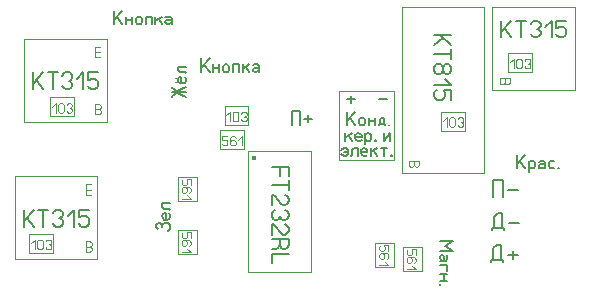
<source format=gbr>
%FSLAX34Y34*%
%MOMM*%
%LNSILK_TOP*%
G71*
G01*
%ADD10C, 0.100*%
%ADD11C, 0.178*%
%ADD12C, 0.111*%
%ADD13C, 0.144*%
%LPD*%
G54D10*
X206000Y-127000D02*
X259100Y-127000D01*
X259100Y-229100D01*
X206000Y-229100D01*
X206000Y-127000D01*
G36*
X209000Y-131000D02*
X212000Y-131000D01*
X212000Y-134000D01*
X209000Y-134000D01*
X209000Y-131000D01*
G37*
G54D10*
X209000Y-131000D02*
X212000Y-131000D01*
X212000Y-134000D01*
X209000Y-134000D01*
X209000Y-131000D01*
G54D11*
X225751Y-140488D02*
X239973Y-140488D01*
X239973Y-147954D01*
G54D11*
X232862Y-140488D02*
X232862Y-147954D01*
G54D11*
X225751Y-156132D02*
X239973Y-156132D01*
G54D11*
X239973Y-151866D02*
X239973Y-160399D01*
G54D11*
X225751Y-172843D02*
X225751Y-164310D01*
X226640Y-164310D01*
X228418Y-165376D01*
X233751Y-171776D01*
X235529Y-172843D01*
X237306Y-172843D01*
X239084Y-171776D01*
X239973Y-169643D01*
X239973Y-167510D01*
X239084Y-165376D01*
X237306Y-164310D01*
G54D11*
X237306Y-176754D02*
X239084Y-177820D01*
X239973Y-179954D01*
X239973Y-182087D01*
X239084Y-184220D01*
X237306Y-185287D01*
X235529Y-185287D01*
X233751Y-184220D01*
X232862Y-182087D01*
X231973Y-184220D01*
X230195Y-185287D01*
X228418Y-185287D01*
X226640Y-184220D01*
X225751Y-182087D01*
X225751Y-179954D01*
X226640Y-177820D01*
X228418Y-176754D01*
G54D11*
X225751Y-197731D02*
X225751Y-189198D01*
X226640Y-189198D01*
X228418Y-190264D01*
X233751Y-196664D01*
X235529Y-197731D01*
X237306Y-197731D01*
X239084Y-196664D01*
X239973Y-194531D01*
X239973Y-192398D01*
X239084Y-190264D01*
X237306Y-189198D01*
G54D11*
X232862Y-205908D02*
X231084Y-209108D01*
X229306Y-210175D01*
X225751Y-210175D01*
G54D11*
X225751Y-201642D02*
X239973Y-201642D01*
X239973Y-206975D01*
X239084Y-209108D01*
X237306Y-210175D01*
X235529Y-210175D01*
X233751Y-209108D01*
X232862Y-206975D01*
X232862Y-201642D01*
G54D11*
X239973Y-214086D02*
X225751Y-214086D01*
X225751Y-221552D01*
G54D10*
X16000Y-32000D02*
X86000Y-32000D01*
X86000Y-102000D01*
X16000Y-102000D01*
X16000Y-32000D01*
G54D12*
X76000Y-96000D02*
X76000Y-87111D01*
X79333Y-87111D01*
X80667Y-87667D01*
X81333Y-88778D01*
X81333Y-89889D01*
X80667Y-91000D01*
X79333Y-91556D01*
X80667Y-92111D01*
X81333Y-93222D01*
X81333Y-94333D01*
X80667Y-95444D01*
X79333Y-96000D01*
X76000Y-96000D01*
G54D12*
X76000Y-91556D02*
X79333Y-91556D01*
G54D11*
X23666Y-74667D02*
X23666Y-60445D01*
G54D11*
X23666Y-70223D02*
X32199Y-60445D01*
G54D11*
X26866Y-67556D02*
X32199Y-74667D01*
G54D11*
X40377Y-74667D02*
X40377Y-60445D01*
G54D11*
X36110Y-60445D02*
X44643Y-60445D01*
G54D11*
X48554Y-63111D02*
X49621Y-61334D01*
X51754Y-60445D01*
X53887Y-60445D01*
X56021Y-61334D01*
X57087Y-63111D01*
X57087Y-64889D01*
X56021Y-66667D01*
X53887Y-67556D01*
X56021Y-68445D01*
X57087Y-70223D01*
X57087Y-72000D01*
X56021Y-73778D01*
X53887Y-74667D01*
X51754Y-74667D01*
X49621Y-73778D01*
X48554Y-72000D01*
G54D11*
X60998Y-65778D02*
X66331Y-60445D01*
X66331Y-74667D01*
G54D11*
X78775Y-60445D02*
X70242Y-60445D01*
X70242Y-66667D01*
X71309Y-66667D01*
X73442Y-65778D01*
X75575Y-65778D01*
X77709Y-66667D01*
X78775Y-68445D01*
X78775Y-72000D01*
X77709Y-73778D01*
X75575Y-74667D01*
X73442Y-74667D01*
X71309Y-73778D01*
X70242Y-72000D01*
G54D10*
X482686Y-5277D02*
X482686Y-75277D01*
X412686Y-75277D01*
X412686Y-5277D01*
X482686Y-5277D01*
G54D12*
X418686Y-65277D02*
X427574Y-65277D01*
X427574Y-68610D01*
X427019Y-69943D01*
X425908Y-70610D01*
X424797Y-70610D01*
X423686Y-69943D01*
X423130Y-68610D01*
X422574Y-69943D01*
X421463Y-70610D01*
X420352Y-70610D01*
X419241Y-69943D01*
X418686Y-68610D01*
X418686Y-65277D01*
G54D12*
X423130Y-65277D02*
X423130Y-68610D01*
G54D11*
X420063Y-30811D02*
X420063Y-16589D01*
G54D11*
X420063Y-26367D02*
X428596Y-16589D01*
G54D11*
X423263Y-23700D02*
X428596Y-30811D01*
G54D11*
X436773Y-30811D02*
X436773Y-16589D01*
G54D11*
X432507Y-16589D02*
X441040Y-16589D01*
G54D11*
X444951Y-19256D02*
X446017Y-17478D01*
X448151Y-16589D01*
X450284Y-16589D01*
X452417Y-17478D01*
X453484Y-19256D01*
X453484Y-21033D01*
X452417Y-22811D01*
X450284Y-23700D01*
X452417Y-24589D01*
X453484Y-26367D01*
X453484Y-28144D01*
X452417Y-29922D01*
X450284Y-30811D01*
X448151Y-30811D01*
X446017Y-29922D01*
X444951Y-28144D01*
G54D11*
X457395Y-21922D02*
X462728Y-16589D01*
X462728Y-30811D01*
G54D11*
X475172Y-16589D02*
X466639Y-16589D01*
X466639Y-22811D01*
X467705Y-22811D01*
X469839Y-21922D01*
X471972Y-21922D01*
X474105Y-22811D01*
X475172Y-24589D01*
X475172Y-28144D01*
X474105Y-29922D01*
X471972Y-30811D01*
X469839Y-30811D01*
X467705Y-29922D01*
X466639Y-28144D01*
G54D12*
X341686Y-135277D02*
X350574Y-135277D01*
X350574Y-138610D01*
X350019Y-139943D01*
X348908Y-140610D01*
X347797Y-140610D01*
X346686Y-139943D01*
X346130Y-138610D01*
X345574Y-139943D01*
X344463Y-140610D01*
X343352Y-140610D01*
X342241Y-139943D01*
X341686Y-138610D01*
X341686Y-135277D01*
G54D12*
X346130Y-135277D02*
X346130Y-138610D01*
G54D11*
X363418Y-28343D02*
X377641Y-28343D01*
G54D11*
X367863Y-28343D02*
X377641Y-36876D01*
G54D11*
X370530Y-31543D02*
X363418Y-36876D01*
G54D11*
X363418Y-45053D02*
X377641Y-45053D01*
G54D11*
X377641Y-40787D02*
X377641Y-49320D01*
G54D11*
X370530Y-58564D02*
X370530Y-56431D01*
X371418Y-54297D01*
X373196Y-53231D01*
X374974Y-53231D01*
X376752Y-54297D01*
X377641Y-56431D01*
X377641Y-58564D01*
X376752Y-60697D01*
X374974Y-61764D01*
X373196Y-61764D01*
X371418Y-60697D01*
X370530Y-58564D01*
X369641Y-60697D01*
X367863Y-61764D01*
X366085Y-61764D01*
X364307Y-60697D01*
X363418Y-58564D01*
X363418Y-56431D01*
X364307Y-54297D01*
X366085Y-53231D01*
X367863Y-53231D01*
X369641Y-54297D01*
X370530Y-56431D01*
G54D11*
X372307Y-65675D02*
X377641Y-71008D01*
X363418Y-71008D01*
G54D11*
X377641Y-83452D02*
X377641Y-74919D01*
X371418Y-74919D01*
X371418Y-75985D01*
X372307Y-78119D01*
X372307Y-80252D01*
X371418Y-82385D01*
X369641Y-83452D01*
X366085Y-83452D01*
X364307Y-82385D01*
X363418Y-80252D01*
X363418Y-78119D01*
X364307Y-75985D01*
X366085Y-74919D01*
G54D10*
X405686Y-5277D02*
X405686Y-145277D01*
X335686Y-145277D01*
X335686Y-5277D01*
X405686Y-5277D01*
G54D11*
X412000Y-194000D02*
X412000Y-192222D01*
X422667Y-192222D01*
X422667Y-194000D01*
G54D11*
X414133Y-192222D02*
X414133Y-182444D01*
X417333Y-179778D01*
X420533Y-179778D01*
X420533Y-192222D01*
G54D11*
X426578Y-187778D02*
X435111Y-187778D01*
G54D11*
X411000Y-221000D02*
X411000Y-219222D01*
X421667Y-219222D01*
X421667Y-221000D01*
G54D11*
X413133Y-219222D02*
X413133Y-209444D01*
X416333Y-206778D01*
X419533Y-206778D01*
X419533Y-219222D01*
G54D11*
X425578Y-214778D02*
X434111Y-214778D01*
G54D11*
X429845Y-211222D02*
X429845Y-218333D01*
G54D11*
X413000Y-166000D02*
X413000Y-151778D01*
X421533Y-151778D01*
X421533Y-166000D01*
G54D11*
X425444Y-159778D02*
X433977Y-159778D01*
G54D10*
X369300Y-93700D02*
X389300Y-93700D01*
X389300Y-109700D01*
X369300Y-109700D01*
X369300Y-93700D01*
G54D10*
X370916Y-101589D02*
X373916Y-98589D01*
X373916Y-106589D01*
G54D10*
X380916Y-100089D02*
X380916Y-105089D01*
X380316Y-106089D01*
X379116Y-106589D01*
X377916Y-106589D01*
X376716Y-106089D01*
X376116Y-105089D01*
X376116Y-100089D01*
X376716Y-99089D01*
X377916Y-98589D01*
X379116Y-98589D01*
X380316Y-99089D01*
X380916Y-100089D01*
G54D10*
X383116Y-100089D02*
X383716Y-99089D01*
X384916Y-98589D01*
X386116Y-98589D01*
X387316Y-99089D01*
X387916Y-100089D01*
X387916Y-101089D01*
X387316Y-102089D01*
X386116Y-102589D01*
X387316Y-103089D01*
X387916Y-104089D01*
X387916Y-105089D01*
X387316Y-106089D01*
X386116Y-106589D01*
X384916Y-106589D01*
X383716Y-106089D01*
X383116Y-105089D01*
G54D10*
X426000Y-44000D02*
X446000Y-44000D01*
X446000Y-60000D01*
X426000Y-60000D01*
X426000Y-44000D01*
G54D10*
X427616Y-51889D02*
X430616Y-48889D01*
X430616Y-56889D01*
G54D10*
X437616Y-50389D02*
X437616Y-55389D01*
X437016Y-56389D01*
X435816Y-56889D01*
X434616Y-56889D01*
X433416Y-56389D01*
X432816Y-55389D01*
X432816Y-50389D01*
X433416Y-49389D01*
X434616Y-48889D01*
X435816Y-48889D01*
X437016Y-49389D01*
X437616Y-50389D01*
G54D10*
X439816Y-50389D02*
X440416Y-49389D01*
X441616Y-48889D01*
X442816Y-48889D01*
X444016Y-49389D01*
X444616Y-50389D01*
X444616Y-51389D01*
X444016Y-52389D01*
X442816Y-52889D01*
X444016Y-53389D01*
X444616Y-54389D01*
X444616Y-55389D01*
X444016Y-56389D01*
X442816Y-56889D01*
X441616Y-56889D01*
X440416Y-56389D01*
X439816Y-55389D01*
G54D13*
X433559Y-141668D02*
X433559Y-130113D01*
G54D13*
X433559Y-138057D02*
X440492Y-130113D01*
G54D13*
X436159Y-135891D02*
X440492Y-141668D01*
G54D13*
X443670Y-135168D02*
X443670Y-144557D01*
G54D13*
X443670Y-139502D02*
X444537Y-141380D01*
X446270Y-141668D01*
X448003Y-141380D01*
X448870Y-139935D01*
X448870Y-137046D01*
X448003Y-135602D01*
X446270Y-135168D01*
X444537Y-135602D01*
X443670Y-137335D01*
G54D13*
X452048Y-135891D02*
X453781Y-135168D01*
X455861Y-135168D01*
X457248Y-136613D01*
X457248Y-141668D01*
G54D13*
X457248Y-139502D02*
X456381Y-138057D01*
X454648Y-137768D01*
X452915Y-138057D01*
X452048Y-139502D01*
X452395Y-140946D01*
X453781Y-141668D01*
X454648Y-141668D01*
X454995Y-141668D01*
X456381Y-140946D01*
X457248Y-139502D01*
G54D13*
X464759Y-135602D02*
X463026Y-135168D01*
X461293Y-135602D01*
X460426Y-137046D01*
X460426Y-139935D01*
X461293Y-141380D01*
X463026Y-141668D01*
X464759Y-141380D01*
G54D13*
X468630Y-141668D02*
X467937Y-141668D01*
X467937Y-141091D01*
X468630Y-141091D01*
X468630Y-141668D01*
X467937Y-141668D01*
G54D13*
X368047Y-202886D02*
X379603Y-202886D01*
X372381Y-207219D01*
X379603Y-211553D01*
X368047Y-211553D01*
G54D13*
X373825Y-214731D02*
X374547Y-216464D01*
X374547Y-218544D01*
X373103Y-219931D01*
X368047Y-219931D01*
G54D13*
X370214Y-219931D02*
X371658Y-219064D01*
X371947Y-217331D01*
X371658Y-215598D01*
X370214Y-214731D01*
X368770Y-215078D01*
X368047Y-216464D01*
X368047Y-217331D01*
X368047Y-217678D01*
X368770Y-219064D01*
X370214Y-219931D01*
G54D13*
X368047Y-223109D02*
X374547Y-223109D01*
X374547Y-228309D01*
X373825Y-228309D01*
G54D13*
X368047Y-231487D02*
X374547Y-231487D01*
G54D13*
X371658Y-231487D02*
X371658Y-236687D01*
G54D13*
X368047Y-236687D02*
X374547Y-236687D01*
G54D13*
X368047Y-240558D02*
X368047Y-239865D01*
X368625Y-239865D01*
X368625Y-240558D01*
X368047Y-240558D01*
X368047Y-239865D01*
G54D10*
X329500Y-205000D02*
X329500Y-225000D01*
X313500Y-225000D01*
X313500Y-205000D01*
X329500Y-205000D01*
G54D10*
X324611Y-211416D02*
X324611Y-206616D01*
X321111Y-206617D01*
X321111Y-207216D01*
X321611Y-208417D01*
X321611Y-209616D01*
X321111Y-210816D01*
X320111Y-211416D01*
X318111Y-211416D01*
X317111Y-210816D01*
X316611Y-209617D01*
X316611Y-208416D01*
X317111Y-207216D01*
X318111Y-206616D01*
G54D10*
X323111Y-218416D02*
X324111Y-217816D01*
X324611Y-216616D01*
X324611Y-215416D01*
X324111Y-214216D01*
X323111Y-213616D01*
X320611Y-213616D01*
X320111Y-213616D01*
X321111Y-215416D01*
X321111Y-216616D01*
X320611Y-217816D01*
X319611Y-218416D01*
X318111Y-218416D01*
X317111Y-217816D01*
X316611Y-216616D01*
X316611Y-215416D01*
X317111Y-214216D01*
X318111Y-213616D01*
X320611Y-213616D01*
G54D10*
X321611Y-220616D02*
X324611Y-223616D01*
X316611Y-223616D01*
G54D10*
X20600Y-197200D02*
X40600Y-197200D01*
X40600Y-213200D01*
X20600Y-213200D01*
X20600Y-197200D01*
G54D10*
X22216Y-205089D02*
X25216Y-202089D01*
X25216Y-210089D01*
G54D10*
X32216Y-203589D02*
X32216Y-208589D01*
X31616Y-209589D01*
X30416Y-210089D01*
X29216Y-210089D01*
X28016Y-209589D01*
X27416Y-208589D01*
X27416Y-203589D01*
X28016Y-202589D01*
X29216Y-202089D01*
X30416Y-202089D01*
X31616Y-202589D01*
X32216Y-203589D01*
G54D10*
X34416Y-203589D02*
X35016Y-202589D01*
X36216Y-202089D01*
X37416Y-202089D01*
X38616Y-202589D01*
X39216Y-203589D01*
X39216Y-204589D01*
X38616Y-205589D01*
X37416Y-206089D01*
X38616Y-206589D01*
X39216Y-207589D01*
X39216Y-208589D01*
X38616Y-209589D01*
X37416Y-210089D01*
X36216Y-210089D01*
X35016Y-209589D01*
X34416Y-208589D01*
G54D10*
X38200Y-81500D02*
X58200Y-81500D01*
X58200Y-97500D01*
X38200Y-97500D01*
X38200Y-81500D01*
G54D10*
X39816Y-89389D02*
X42816Y-86389D01*
X42816Y-94389D01*
G54D10*
X49816Y-87889D02*
X49816Y-92889D01*
X49216Y-93889D01*
X48016Y-94389D01*
X46816Y-94389D01*
X45616Y-93889D01*
X45016Y-92889D01*
X45016Y-87889D01*
X45616Y-86889D01*
X46816Y-86389D01*
X48016Y-86389D01*
X49216Y-86889D01*
X49816Y-87889D01*
G54D10*
X52016Y-87889D02*
X52616Y-86889D01*
X53816Y-86389D01*
X55016Y-86389D01*
X56216Y-86889D01*
X56816Y-87889D01*
X56816Y-88889D01*
X56216Y-89889D01*
X55016Y-90389D01*
X56216Y-90889D01*
X56816Y-91889D01*
X56816Y-92889D01*
X56216Y-93889D01*
X55016Y-94389D01*
X53816Y-94389D01*
X52616Y-93889D01*
X52016Y-92889D01*
G54D10*
X162300Y-149000D02*
X162300Y-169000D01*
X146300Y-169000D01*
X146300Y-149000D01*
X162300Y-149000D01*
G54D10*
X157411Y-155416D02*
X157411Y-150616D01*
X153911Y-150616D01*
X153911Y-151216D01*
X154411Y-152416D01*
X154411Y-153616D01*
X153911Y-154816D01*
X152911Y-155416D01*
X150911Y-155416D01*
X149911Y-154816D01*
X149411Y-153616D01*
X149411Y-152416D01*
X149911Y-151216D01*
X150911Y-150616D01*
G54D10*
X155911Y-162416D02*
X156911Y-161816D01*
X157411Y-160616D01*
X157411Y-159416D01*
X156911Y-158216D01*
X155911Y-157616D01*
X153411Y-157616D01*
X152911Y-157616D01*
X153911Y-159416D01*
X153911Y-160616D01*
X153411Y-161816D01*
X152411Y-162416D01*
X150911Y-162416D01*
X149911Y-161816D01*
X149411Y-160616D01*
X149411Y-159416D01*
X149911Y-158216D01*
X150911Y-157616D01*
X153411Y-157616D01*
G54D10*
X154411Y-164616D02*
X157411Y-167616D01*
X149411Y-167616D01*
G54D10*
X162300Y-194100D02*
X162300Y-214100D01*
X146300Y-214100D01*
X146300Y-194100D01*
X162300Y-194100D01*
G54D10*
X157411Y-200516D02*
X157411Y-195716D01*
X153911Y-195716D01*
X153911Y-196316D01*
X154411Y-197516D01*
X154411Y-198716D01*
X153911Y-199916D01*
X152911Y-200516D01*
X150911Y-200516D01*
X149911Y-199916D01*
X149411Y-198716D01*
X149411Y-197516D01*
X149911Y-196316D01*
X150911Y-195716D01*
G54D10*
X155911Y-207516D02*
X156911Y-206916D01*
X157411Y-205716D01*
X157411Y-204516D01*
X156911Y-203316D01*
X155911Y-202716D01*
X153411Y-202716D01*
X152911Y-202716D01*
X153911Y-204516D01*
X153911Y-205716D01*
X153411Y-206916D01*
X152411Y-207516D01*
X150911Y-207516D01*
X149911Y-206916D01*
X149411Y-205716D01*
X149411Y-204516D01*
X149911Y-203316D01*
X150911Y-202716D01*
X153411Y-202716D01*
G54D10*
X154411Y-209716D02*
X157411Y-212716D01*
X149411Y-212716D01*
G54D13*
X141321Y-81278D02*
X141321Y-80411D01*
X145654Y-77811D01*
X145654Y-76078D01*
X152877Y-72611D01*
G54D13*
X152877Y-81278D02*
X145654Y-77811D01*
X145654Y-76078D01*
X141321Y-73478D01*
X141321Y-72611D01*
G54D13*
X152877Y-76944D02*
X141321Y-76944D01*
G54D13*
X152154Y-64233D02*
X152877Y-65619D01*
X152877Y-67353D01*
X152154Y-69086D01*
X150710Y-69433D01*
X148254Y-69433D01*
X146810Y-68566D01*
X146377Y-66833D01*
X146810Y-65099D01*
X147821Y-64233D01*
X149265Y-64233D01*
X149265Y-69433D01*
G54D13*
X144932Y-68219D02*
X144932Y-68219D01*
G54D13*
X144932Y-65099D02*
X144932Y-65099D01*
G54D13*
X152877Y-61055D02*
X152154Y-60188D01*
X147821Y-60188D01*
X146377Y-58455D01*
X146377Y-55855D01*
X152877Y-55855D01*
G54D13*
X129365Y-193344D02*
X127921Y-191611D01*
X127921Y-189878D01*
X129365Y-188144D01*
X131532Y-188144D01*
X132977Y-189878D01*
X132977Y-191611D01*
X132977Y-189878D01*
X134421Y-188144D01*
X138032Y-188144D01*
X139477Y-189878D01*
X139477Y-193344D01*
X138032Y-195078D01*
G54D13*
X138754Y-179767D02*
X139477Y-181153D01*
X139477Y-182887D01*
X138754Y-184620D01*
X137310Y-184967D01*
X134854Y-184967D01*
X133410Y-184100D01*
X132977Y-182367D01*
X133410Y-180633D01*
X134421Y-179767D01*
X135865Y-179767D01*
X135865Y-184967D01*
G54D13*
X139477Y-176589D02*
X138754Y-175722D01*
X134421Y-175722D01*
X132977Y-173989D01*
X132977Y-171389D01*
X139477Y-171389D01*
G54D13*
X242713Y-104568D02*
X242713Y-93013D01*
X249646Y-93013D01*
X249646Y-104568D01*
G54D13*
X252824Y-99513D02*
X259757Y-99513D01*
G54D13*
X256291Y-96624D02*
X256291Y-102402D01*
G54D10*
X282500Y-75800D02*
X329000Y-75800D01*
X329000Y-134900D01*
X282500Y-134900D01*
X282500Y-75800D01*
G54D13*
X289413Y-105168D02*
X289413Y-93613D01*
G54D13*
X289413Y-101557D02*
X296346Y-93613D01*
G54D13*
X292013Y-99391D02*
X296346Y-105168D01*
G54D13*
X304724Y-103435D02*
X304724Y-100546D01*
X303857Y-99102D01*
X302124Y-98668D01*
X300391Y-99102D01*
X299524Y-100546D01*
X299524Y-103435D01*
X300391Y-104880D01*
X302124Y-105168D01*
X303857Y-104880D01*
X304724Y-103435D01*
G54D13*
X307902Y-105168D02*
X307902Y-98668D01*
G54D13*
X307902Y-101557D02*
X313102Y-101557D01*
G54D13*
X313102Y-105168D02*
X313102Y-98668D01*
G54D13*
X316280Y-105168D02*
X316280Y-104446D01*
X321480Y-104446D01*
X321480Y-105168D01*
G54D13*
X317147Y-104446D02*
X317147Y-100113D01*
X318880Y-98668D01*
X320613Y-98668D01*
X320613Y-104446D01*
G54D13*
X325351Y-105168D02*
X324658Y-105168D01*
X324658Y-104591D01*
X325351Y-104591D01*
X325351Y-105168D01*
X324658Y-105168D01*
G54D13*
X288213Y-118468D02*
X288213Y-111968D01*
G54D13*
X290813Y-114135D02*
X293413Y-118468D01*
G54D13*
X288213Y-115580D02*
X293413Y-111968D01*
G54D13*
X301791Y-117746D02*
X300404Y-118468D01*
X298671Y-118468D01*
X296938Y-117746D01*
X296591Y-116302D01*
X296591Y-113846D01*
X297458Y-112402D01*
X299191Y-111968D01*
X300924Y-112402D01*
X301791Y-113413D01*
X301791Y-114857D01*
X296591Y-114857D01*
G54D13*
X304969Y-111968D02*
X304969Y-121357D01*
G54D13*
X304969Y-116302D02*
X305836Y-118180D01*
X307569Y-118468D01*
X309302Y-118180D01*
X310169Y-116735D01*
X310169Y-113846D01*
X309302Y-112402D01*
X307569Y-111968D01*
X305836Y-112402D01*
X304969Y-114135D01*
G54D13*
X314040Y-118468D02*
X313347Y-118468D01*
X313347Y-117891D01*
X314040Y-117891D01*
X314040Y-118468D01*
X313347Y-118468D01*
G54D13*
X320569Y-111968D02*
X320569Y-118468D01*
X325769Y-111968D01*
X325769Y-118468D01*
G54D13*
X284813Y-126013D02*
X286546Y-124568D01*
X288280Y-124568D01*
X290013Y-126013D01*
X290013Y-129624D01*
X288280Y-131068D01*
X286546Y-131068D01*
X284813Y-129624D01*
G54D13*
X286546Y-127746D02*
X290013Y-127746D01*
G54D13*
X293191Y-131068D02*
X294058Y-130346D01*
X294058Y-126013D01*
X295791Y-124568D01*
X298391Y-124568D01*
X298391Y-131068D01*
G54D13*
X306769Y-130346D02*
X305382Y-131068D01*
X303649Y-131068D01*
X301916Y-130346D01*
X301569Y-128902D01*
X301569Y-126446D01*
X302436Y-125002D01*
X304169Y-124568D01*
X305902Y-125002D01*
X306769Y-126013D01*
X306769Y-127457D01*
X301569Y-127457D01*
G54D13*
X309947Y-131068D02*
X309947Y-124568D01*
G54D13*
X312547Y-126735D02*
X315147Y-131068D01*
G54D13*
X309947Y-128180D02*
X315147Y-124568D01*
G54D13*
X318325Y-124568D02*
X323525Y-124568D01*
G54D13*
X320925Y-131068D02*
X320925Y-124568D01*
G54D13*
X327396Y-131068D02*
X326703Y-131068D01*
X326703Y-130491D01*
X327396Y-130491D01*
X327396Y-131068D01*
X326703Y-131068D01*
G54D13*
X289700Y-83244D02*
X296633Y-83244D01*
G54D13*
X293167Y-80356D02*
X293167Y-86133D01*
G54D13*
X316200Y-83344D02*
X323133Y-83344D01*
G54D10*
X185800Y-88900D02*
X205800Y-88900D01*
X205800Y-104900D01*
X185800Y-104900D01*
X185800Y-88900D01*
G54D10*
X187416Y-96789D02*
X190416Y-93789D01*
X190416Y-101789D01*
G54D10*
X197416Y-95289D02*
X197416Y-100289D01*
X196816Y-101289D01*
X195616Y-101789D01*
X194416Y-101789D01*
X193216Y-101289D01*
X192616Y-100289D01*
X192616Y-95289D01*
X193216Y-94289D01*
X194416Y-93789D01*
X195616Y-93789D01*
X196816Y-94289D01*
X197416Y-95289D01*
G54D10*
X199616Y-95289D02*
X200216Y-94289D01*
X201416Y-93789D01*
X202616Y-93789D01*
X203816Y-94289D01*
X204416Y-95289D01*
X204416Y-96289D01*
X203816Y-97289D01*
X202616Y-97789D01*
X203816Y-98289D01*
X204416Y-99289D01*
X204416Y-100289D01*
X203816Y-101289D01*
X202616Y-101789D01*
X201416Y-101789D01*
X200216Y-101289D01*
X199616Y-100289D01*
G54D10*
X181900Y-109400D02*
X201900Y-109400D01*
X201900Y-125400D01*
X181900Y-125400D01*
X181900Y-109400D01*
G54D10*
X188316Y-114289D02*
X183516Y-114289D01*
X183516Y-117789D01*
X184116Y-117789D01*
X185316Y-117289D01*
X186516Y-117289D01*
X187717Y-117789D01*
X188316Y-118789D01*
X188316Y-120789D01*
X187716Y-121789D01*
X186517Y-122289D01*
X185316Y-122289D01*
X184116Y-121789D01*
X183516Y-120789D01*
G54D10*
X195316Y-115789D02*
X194716Y-114789D01*
X193516Y-114289D01*
X192316Y-114289D01*
X191116Y-114789D01*
X190516Y-115789D01*
X190516Y-118289D01*
X190516Y-118789D01*
X192316Y-117789D01*
X193517Y-117789D01*
X194716Y-118289D01*
X195316Y-119289D01*
X195316Y-120789D01*
X194716Y-121789D01*
X193516Y-122289D01*
X192316Y-122289D01*
X191116Y-121789D01*
X190516Y-120789D01*
X190516Y-118289D01*
G54D10*
X197516Y-117289D02*
X200516Y-114289D01*
X200516Y-122289D01*
G54D13*
X166180Y-60202D02*
X166180Y-48647D01*
G54D13*
X166180Y-56591D02*
X173114Y-48647D01*
G54D13*
X168780Y-54424D02*
X173114Y-60202D01*
G54D13*
X176291Y-60202D02*
X176291Y-53702D01*
G54D13*
X176291Y-56591D02*
X181491Y-56591D01*
G54D13*
X181491Y-60202D02*
X181491Y-53702D01*
G54D13*
X189869Y-58469D02*
X189869Y-55580D01*
X189003Y-54136D01*
X187269Y-53702D01*
X185536Y-54136D01*
X184669Y-55580D01*
X184669Y-58469D01*
X185536Y-59913D01*
X187269Y-60202D01*
X189003Y-59913D01*
X189869Y-58469D01*
G54D13*
X193047Y-60202D02*
X193047Y-53702D01*
X198247Y-53702D01*
X198247Y-60202D01*
G54D13*
X201425Y-60202D02*
X201425Y-53702D01*
G54D13*
X204025Y-55869D02*
X206625Y-60202D01*
G54D13*
X201425Y-57313D02*
X206625Y-53702D01*
G54D13*
X209803Y-54424D02*
X211537Y-53702D01*
X213617Y-53702D01*
X215003Y-55147D01*
X215003Y-60202D01*
G54D13*
X215003Y-58036D02*
X214137Y-56591D01*
X212403Y-56302D01*
X210670Y-56591D01*
X209803Y-58036D01*
X210150Y-59480D01*
X211537Y-60202D01*
X212403Y-60202D01*
X212750Y-60202D01*
X214137Y-59480D01*
X215003Y-58036D01*
G54D13*
X92113Y-19668D02*
X92113Y-8113D01*
G54D13*
X92113Y-16057D02*
X99046Y-8113D01*
G54D13*
X94713Y-13891D02*
X99046Y-19668D01*
G54D13*
X102224Y-19668D02*
X102224Y-13168D01*
G54D13*
X102224Y-16057D02*
X107424Y-16057D01*
G54D13*
X107424Y-19668D02*
X107424Y-13168D01*
G54D13*
X115802Y-17935D02*
X115802Y-15046D01*
X114935Y-13602D01*
X113202Y-13168D01*
X111469Y-13602D01*
X110602Y-15046D01*
X110602Y-17935D01*
X111469Y-19380D01*
X113202Y-19668D01*
X114935Y-19380D01*
X115802Y-17935D01*
G54D13*
X118980Y-19668D02*
X118980Y-13168D01*
X124180Y-13168D01*
X124180Y-19668D01*
G54D13*
X127358Y-19668D02*
X127358Y-13168D01*
G54D13*
X129958Y-15335D02*
X132558Y-19668D01*
G54D13*
X127358Y-16780D02*
X132558Y-13168D01*
G54D13*
X135736Y-13891D02*
X137469Y-13168D01*
X139549Y-13168D01*
X140936Y-14613D01*
X140936Y-19668D01*
G54D13*
X140936Y-17502D02*
X140069Y-16057D01*
X138336Y-15768D01*
X136603Y-16057D01*
X135736Y-17502D01*
X136083Y-18946D01*
X137469Y-19668D01*
X138336Y-19668D01*
X138683Y-19668D01*
X140069Y-18946D01*
X140936Y-17502D01*
G54D10*
X352800Y-208500D02*
X352800Y-228500D01*
X336800Y-228500D01*
X336800Y-208500D01*
X352800Y-208500D01*
G54D10*
X347911Y-214916D02*
X347911Y-210116D01*
X344411Y-210116D01*
X344411Y-210716D01*
X344911Y-211916D01*
X344911Y-213116D01*
X344411Y-214316D01*
X343411Y-214916D01*
X341411Y-214916D01*
X340411Y-214316D01*
X339911Y-213116D01*
X339911Y-211916D01*
X340411Y-210716D01*
X341411Y-210116D01*
G54D10*
X346411Y-221916D02*
X347411Y-221316D01*
X347911Y-220116D01*
X347911Y-218916D01*
X347411Y-217716D01*
X346411Y-217116D01*
X343911Y-217116D01*
X343411Y-217116D01*
X344411Y-218916D01*
X344411Y-220116D01*
X343911Y-221316D01*
X342911Y-221916D01*
X341411Y-221916D01*
X340411Y-221316D01*
X339911Y-220116D01*
X339911Y-218916D01*
X340411Y-217716D01*
X341411Y-217116D01*
X343911Y-217116D01*
G54D10*
X344911Y-224116D02*
X347911Y-227116D01*
X339911Y-227116D01*
G54D12*
X80767Y-47800D02*
X76100Y-47800D01*
X76100Y-38911D01*
X80767Y-38911D01*
G54D12*
X76100Y-43356D02*
X80767Y-43356D01*
G54D10*
X8100Y-148300D02*
X78100Y-148300D01*
X78100Y-218300D01*
X8100Y-218300D01*
X8100Y-148300D01*
G54D12*
X68100Y-212300D02*
X68100Y-203411D01*
X71433Y-203411D01*
X72767Y-203967D01*
X73433Y-205078D01*
X73433Y-206189D01*
X72767Y-207300D01*
X71433Y-207856D01*
X72767Y-208411D01*
X73433Y-209522D01*
X73433Y-210633D01*
X72767Y-211744D01*
X71433Y-212300D01*
X68100Y-212300D01*
G54D12*
X68100Y-207856D02*
X71433Y-207856D01*
G54D11*
X15766Y-190967D02*
X15766Y-176745D01*
G54D11*
X15766Y-186523D02*
X24299Y-176745D01*
G54D11*
X18966Y-183856D02*
X24299Y-190967D01*
G54D11*
X32477Y-190967D02*
X32477Y-176745D01*
G54D11*
X28210Y-176745D02*
X36743Y-176745D01*
G54D11*
X40654Y-179411D02*
X41721Y-177634D01*
X43854Y-176745D01*
X45987Y-176745D01*
X48121Y-177634D01*
X49187Y-179411D01*
X49187Y-181189D01*
X48121Y-182967D01*
X45987Y-183856D01*
X48121Y-184745D01*
X49187Y-186523D01*
X49187Y-188300D01*
X48121Y-190078D01*
X45987Y-190967D01*
X43854Y-190967D01*
X41721Y-190078D01*
X40654Y-188300D01*
G54D11*
X53098Y-182078D02*
X58431Y-176745D01*
X58431Y-190967D01*
G54D11*
X70875Y-176745D02*
X62342Y-176745D01*
X62342Y-182967D01*
X63409Y-182967D01*
X65542Y-182078D01*
X67675Y-182078D01*
X69809Y-182967D01*
X70875Y-184745D01*
X70875Y-188300D01*
X69809Y-190078D01*
X67675Y-190967D01*
X65542Y-190967D01*
X63409Y-190078D01*
X62342Y-188300D01*
G54D12*
X72867Y-164100D02*
X68200Y-164100D01*
X68200Y-155211D01*
X72867Y-155211D01*
G54D12*
X68200Y-159656D02*
X72867Y-159656D01*
M02*

</source>
